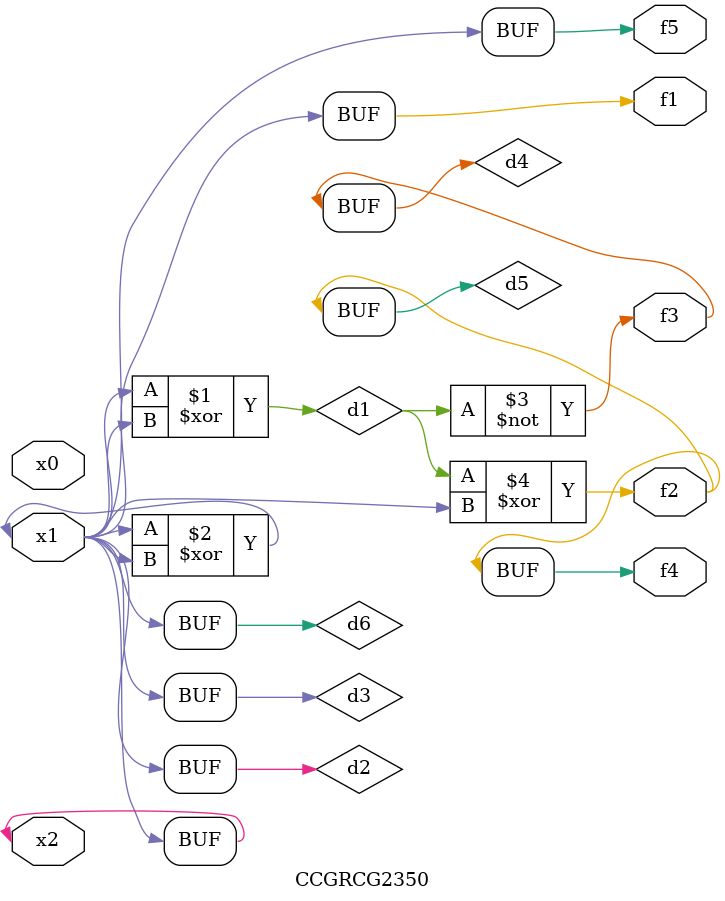
<source format=v>
module CCGRCG2350(
	input x0, x1, x2,
	output f1, f2, f3, f4, f5
);

	wire d1, d2, d3, d4, d5, d6;

	xor (d1, x1, x2);
	buf (d2, x1, x2);
	xor (d3, x1, x2);
	nor (d4, d1);
	xor (d5, d1, d2);
	buf (d6, d2, d3);
	assign f1 = d6;
	assign f2 = d5;
	assign f3 = d4;
	assign f4 = d5;
	assign f5 = d6;
endmodule

</source>
